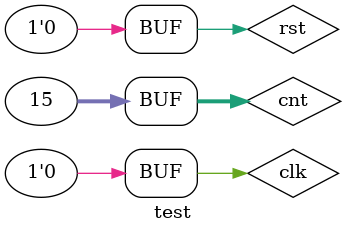
<source format=v>
module test;
	reg clk=1'b0;
	reg rst=1'b0;
	
	wire [6:0]out;
	
	integer cnt;
	
	system S1(clk, rst, out);
	
	initial begin
		for (cnt=0; cnt<32'd15; cnt=cnt+1)begin
			#1 clk=~clk;
			#1 clk=~clk;
		end
		rst=1'b1; rst=1'b0;
		for (cnt=0; cnt<32'd15; cnt=cnt+1)begin
			#1 clk=~clk;
			#1 clk=~clk;
		end
	end
	
	initial $monitor("count: %h 7seg:%b", cnt, out);
	
	initial begin
		$dumpfile("test.vcd");
		$dumpvars;
	end
	
endmodule
</source>
